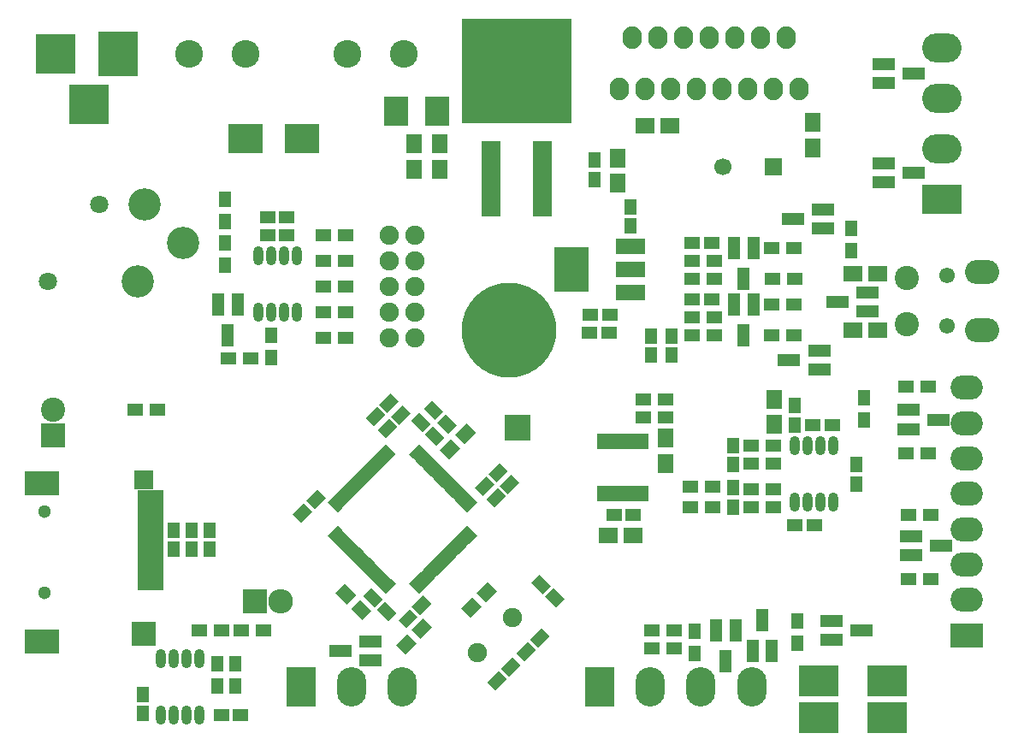
<source format=gts>
G04 #@! TF.FileFunction,Soldermask,Top*
%FSLAX46Y46*%
G04 Gerber Fmt 4.6, Leading zero omitted, Abs format (unit mm)*
G04 Created by KiCad (PCBNEW (2015-12-07 BZR 6353, Git 2667109)-product) date 06.01.2016 02:58:36*
%MOMM*%
G01*
G04 APERTURE LIST*
%ADD10C,0.100000*%
%ADD11C,1.800000*%
%ADD12C,3.200000*%
%ADD13O,1.924000X2.224000*%
%ADD14R,3.900120X4.400000*%
%ADD15R,3.900120X3.900120*%
%ADD16R,1.600000X1.300000*%
%ADD17R,0.800000X1.600000*%
%ADD18R,10.808920X10.400000*%
%ADD19R,1.900000X7.410400*%
%ADD20C,9.400000*%
%ADD21R,1.150000X1.600000*%
%ADD22R,2.400000X2.900000*%
%ADD23R,1.650000X1.900000*%
%ADD24R,1.600000X1.150000*%
%ADD25R,1.900000X1.650000*%
%ADD26R,1.700000X1.700000*%
%ADD27C,1.700000*%
%ADD28C,1.300000*%
%ADD29R,2.600000X1.150000*%
%ADD30R,2.600000X1.000000*%
%ADD31R,3.400000X2.400000*%
%ADD32R,2.400000X2.400000*%
%ADD33R,1.900000X1.900000*%
%ADD34R,3.400000X2.900000*%
%ADD35C,2.400000*%
%ADD36R,3.900120X3.100020*%
%ADD37C,2.749500*%
%ADD38C,1.550000*%
%ADD39O,3.400000X2.400000*%
%ADD40R,2.900000X3.900000*%
%ADD41O,2.900000X3.900000*%
%ADD42O,3.200000X2.400000*%
%ADD43R,3.200000X2.400000*%
%ADD44R,3.900000X2.900000*%
%ADD45O,3.900000X2.900000*%
%ADD46R,1.200100X2.200860*%
%ADD47R,2.200860X1.200100*%
%ADD48R,1.300000X1.600000*%
%ADD49O,1.009600X1.873200*%
%ADD50R,2.901900X1.500000*%
%ADD51R,3.400000X4.400000*%
%ADD52C,1.901140*%
%ADD53C,1.906220*%
%ADD54R,2.432000X2.432000*%
%ADD55O,2.432000X2.432000*%
%ADD56R,2.635200X2.635200*%
G04 APERTURE END LIST*
D10*
D11*
X88646000Y-68967800D03*
X83566000Y-76587800D03*
D12*
X92456000Y-76587800D03*
X93091000Y-68967800D03*
X96906000Y-72777800D03*
D13*
X140106400Y-57589000D03*
X141376400Y-52509000D03*
X142646400Y-57589000D03*
X143916400Y-52509000D03*
X145186400Y-57589000D03*
X146456400Y-52509000D03*
X147726400Y-57589000D03*
X148996400Y-52509000D03*
X150266400Y-57589000D03*
X151536400Y-52509000D03*
X152806400Y-57589000D03*
X154076400Y-52509000D03*
X155346400Y-57589000D03*
X156616400Y-52509000D03*
X157886400Y-57589000D03*
D14*
X90479600Y-54055000D03*
D15*
X84329600Y-54055000D03*
X87630000Y-59055000D03*
D10*
G36*
X131387128Y-106419301D02*
X132200301Y-105606128D01*
X133331672Y-106737499D01*
X132518499Y-107550672D01*
X131387128Y-106419301D01*
X131387128Y-106419301D01*
G37*
G36*
X132730630Y-107762803D02*
X133543803Y-106949630D01*
X134675174Y-108081001D01*
X133862001Y-108894174D01*
X132730630Y-107762803D01*
X132730630Y-107762803D01*
G37*
G36*
X127086900Y-106308861D02*
X128006139Y-107228100D01*
X126874768Y-108359471D01*
X125955529Y-107440232D01*
X127086900Y-106308861D01*
X127086900Y-106308861D01*
G37*
G36*
X125531266Y-107864495D02*
X126450505Y-108783734D01*
X125319134Y-109915105D01*
X124399895Y-108995866D01*
X125531266Y-107864495D01*
X125531266Y-107864495D01*
G37*
D16*
X168742000Y-99679000D03*
X170942000Y-99679000D03*
D17*
X138188342Y-97592742D03*
X138823342Y-97592742D03*
X139458342Y-97592742D03*
X140093342Y-97592742D03*
X140728342Y-97592742D03*
X141363342Y-97592742D03*
X141998342Y-97592742D03*
X142633342Y-97592742D03*
X142633342Y-92392742D03*
X141998342Y-92392742D03*
X141363342Y-92392742D03*
X140728342Y-92392742D03*
X140093342Y-92392742D03*
X139458342Y-92392742D03*
X138823342Y-92392742D03*
X138188342Y-92392742D03*
D18*
X129946400Y-55730140D03*
D19*
X127406400Y-66421000D03*
X132486400Y-66421000D03*
D20*
X129159000Y-81407000D03*
D21*
X96012000Y-103118999D03*
X96012000Y-101218999D03*
X97790000Y-103118999D03*
X97790000Y-101218999D03*
X99568000Y-103118995D03*
X99568000Y-101218995D03*
X92964000Y-119374999D03*
X92964000Y-117474999D03*
D22*
X118021600Y-59766200D03*
X122021600Y-59766200D03*
D23*
X119786400Y-65506600D03*
X119786400Y-63006600D03*
X122326400Y-65506600D03*
X122326400Y-63006600D03*
D21*
X141224000Y-71114999D03*
X141224000Y-69214999D03*
X137668000Y-66482000D03*
X137668000Y-64582000D03*
D23*
X139954000Y-66889000D03*
X139954000Y-64389000D03*
D24*
X137165000Y-81661000D03*
X139065000Y-81661000D03*
X137226000Y-79882999D03*
X139126000Y-79882999D03*
X105288000Y-70231000D03*
X107188000Y-70231000D03*
X105288000Y-72009000D03*
X107188000Y-72009000D03*
D25*
X165695000Y-81407000D03*
X163195000Y-81407000D03*
X165695000Y-75819000D03*
X163195000Y-75819000D03*
D21*
X143256000Y-81981000D03*
X143256000Y-83881000D03*
X145288000Y-81981000D03*
X145288000Y-83881000D03*
D26*
X155368000Y-65278000D03*
D27*
X150368000Y-65278000D03*
D23*
X159258000Y-60873000D03*
X159258000Y-63373000D03*
D25*
X142615600Y-61188600D03*
X145115600Y-61188600D03*
D10*
G36*
X127736794Y-98986667D02*
X126923621Y-98173494D01*
X128054992Y-97042123D01*
X128868165Y-97855296D01*
X127736794Y-98986667D01*
X127736794Y-98986667D01*
G37*
G36*
X129080296Y-97643165D02*
X128267123Y-96829992D01*
X129398494Y-95698621D01*
X130211667Y-96511794D01*
X129080296Y-97643165D01*
X129080296Y-97643165D01*
G37*
G36*
X115811014Y-90940357D02*
X114997841Y-90127184D01*
X116129212Y-88995813D01*
X116942385Y-89808986D01*
X115811014Y-90940357D01*
X115811014Y-90940357D01*
G37*
G36*
X117154516Y-89596855D02*
X116341343Y-88783682D01*
X117472714Y-87652311D01*
X118285887Y-88465484D01*
X117154516Y-89596855D01*
X117154516Y-89596855D01*
G37*
G36*
X116996408Y-92125752D02*
X116183235Y-91312579D01*
X117314606Y-90181208D01*
X118127779Y-90994381D01*
X116996408Y-92125752D01*
X116996408Y-92125752D01*
G37*
G36*
X118339910Y-90782250D02*
X117526737Y-89969077D01*
X118658108Y-88837706D01*
X119471281Y-89650879D01*
X118339910Y-90782250D01*
X118339910Y-90782250D01*
G37*
G36*
X110231092Y-97192879D02*
X111044265Y-98006052D01*
X109912894Y-99137423D01*
X109099721Y-98324250D01*
X110231092Y-97192879D01*
X110231092Y-97192879D01*
G37*
G36*
X108887590Y-98536381D02*
X109700763Y-99349554D01*
X108569392Y-100480925D01*
X107756219Y-99667752D01*
X108887590Y-98536381D01*
X108887590Y-98536381D01*
G37*
G36*
X124011755Y-90848450D02*
X123198582Y-91661623D01*
X122067211Y-90530252D01*
X122880384Y-89717079D01*
X124011755Y-90848450D01*
X124011755Y-90848450D01*
G37*
G36*
X122668253Y-89504948D02*
X121855080Y-90318121D01*
X120723709Y-89186750D01*
X121536882Y-88373577D01*
X122668253Y-89504948D01*
X122668253Y-89504948D01*
G37*
G36*
X126587321Y-97837195D02*
X125774148Y-97024022D01*
X126905519Y-95892651D01*
X127718692Y-96705824D01*
X126587321Y-97837195D01*
X126587321Y-97837195D01*
G37*
G36*
X127930823Y-96493693D02*
X127117650Y-95680520D01*
X128249021Y-94549149D01*
X129062194Y-95362322D01*
X127930823Y-96493693D01*
X127930823Y-96493693D01*
G37*
G36*
X122790440Y-92066920D02*
X121977267Y-92880093D01*
X120845896Y-91748722D01*
X121659069Y-90935549D01*
X122790440Y-92066920D01*
X122790440Y-92066920D01*
G37*
G36*
X121446938Y-90723418D02*
X120633765Y-91536591D01*
X119502394Y-90405220D01*
X120315567Y-89592047D01*
X121446938Y-90723418D01*
X121446938Y-90723418D01*
G37*
G36*
X118012944Y-109416775D02*
X117199771Y-110229948D01*
X116068400Y-109098577D01*
X116881573Y-108285404D01*
X118012944Y-109416775D01*
X118012944Y-109416775D01*
G37*
G36*
X116669442Y-108073273D02*
X115856269Y-108886446D01*
X114724898Y-107755075D01*
X115538071Y-106941902D01*
X116669442Y-108073273D01*
X116669442Y-108073273D01*
G37*
G36*
X129507250Y-113798977D02*
X130320423Y-114612150D01*
X129189052Y-115743521D01*
X128375879Y-114930348D01*
X129507250Y-113798977D01*
X129507250Y-113798977D01*
G37*
G36*
X128163748Y-115142479D02*
X128976921Y-115955652D01*
X127845550Y-117087023D01*
X127032377Y-116273850D01*
X128163748Y-115142479D01*
X128163748Y-115142479D01*
G37*
D21*
X163576000Y-94747000D03*
X163576000Y-96647000D03*
D28*
X83155600Y-99407400D03*
X83155600Y-107407400D03*
D29*
X93705600Y-104357400D03*
X93705600Y-105457400D03*
X93705600Y-106557400D03*
X93705600Y-103257400D03*
X93705600Y-102157400D03*
X93705600Y-101057400D03*
X93705600Y-99957400D03*
X93705600Y-98857400D03*
D30*
X93705600Y-97757400D03*
D31*
X82905600Y-112257400D03*
D32*
X93005600Y-111507400D03*
D31*
X82905600Y-96557400D03*
D33*
X93005600Y-96207400D03*
D34*
X103112000Y-62484000D03*
X108712000Y-62484000D03*
D32*
X84074000Y-91821000D03*
D35*
X84074000Y-89281000D03*
D36*
X159821880Y-119761000D03*
X166624000Y-119761000D03*
X159821880Y-116103400D03*
X166624000Y-116103400D03*
D37*
X113126520Y-54076600D03*
X118726520Y-54076600D03*
X103124000Y-54076600D03*
X97524000Y-54076600D03*
D38*
X172522000Y-76041000D03*
X172522000Y-81041000D03*
D39*
X176022000Y-75691000D03*
X176022000Y-81391000D03*
D35*
X168522000Y-80841000D03*
X168522000Y-76241000D03*
D40*
X108588800Y-116713000D03*
D41*
X113588800Y-116713000D03*
X118588800Y-116713000D03*
D42*
X174498000Y-87125400D03*
X174498000Y-90625400D03*
X174498000Y-94125400D03*
X174498000Y-97625400D03*
X174498000Y-101125400D03*
X174498000Y-104625400D03*
X174498000Y-108125400D03*
D43*
X174498000Y-111625400D03*
D44*
X172008800Y-68453000D03*
D45*
X172008800Y-58453000D03*
X172008800Y-53453000D03*
X172008800Y-63453000D03*
D40*
X138176000Y-116713000D03*
D41*
X148176000Y-116713000D03*
X153176000Y-116713000D03*
X143176000Y-116713000D03*
D46*
X151572000Y-111170720D03*
X149672000Y-111170720D03*
X150622000Y-114173000D03*
D47*
X161081720Y-110175000D03*
X161081720Y-112075000D03*
X164084000Y-111125000D03*
X159893000Y-85339000D03*
X159893000Y-83439000D03*
X156890720Y-84389000D03*
X160274000Y-71374000D03*
X160274000Y-69474000D03*
X157271720Y-70424000D03*
D46*
X153350000Y-78912720D03*
X151450000Y-78912720D03*
X152400000Y-81915000D03*
X153350000Y-73324720D03*
X151450000Y-73324720D03*
X152400000Y-76327000D03*
D48*
X102108000Y-114427000D03*
X102108000Y-116627000D03*
X100330000Y-114427000D03*
X100330000Y-116627000D03*
D16*
X168488000Y-86979000D03*
X170688000Y-86979000D03*
X168488000Y-93583000D03*
X170688000Y-93583000D03*
X168742000Y-106029000D03*
X170942000Y-106029000D03*
X100751999Y-111125000D03*
X98551999Y-111125000D03*
X92202000Y-89281000D03*
X94402000Y-89281000D03*
X101432000Y-84201000D03*
X103632000Y-84201000D03*
X145542000Y-112903000D03*
X143342000Y-112903000D03*
X145542000Y-111125000D03*
X143342000Y-111125000D03*
D48*
X105664000Y-84115000D03*
X105664000Y-81915000D03*
X147574000Y-113411000D03*
X147574000Y-111211000D03*
X157734000Y-112395000D03*
X157734000Y-110195000D03*
X101092000Y-74971000D03*
X101092000Y-72771000D03*
X101092000Y-68453000D03*
X101092000Y-70653000D03*
X164338000Y-88137999D03*
X164338000Y-90337999D03*
X163068000Y-71333001D03*
X163068000Y-73533001D03*
D16*
X157393999Y-78867000D03*
X155193999Y-78867000D03*
X157394000Y-73279000D03*
X155194000Y-73279000D03*
X157394000Y-81915000D03*
X155194000Y-81915000D03*
X149520000Y-81915000D03*
X147320000Y-81915000D03*
X157480001Y-76327000D03*
X155280001Y-76327000D03*
X149520000Y-76327000D03*
X147320000Y-76327000D03*
D10*
G36*
X123210934Y-94243305D02*
X122291695Y-93324066D01*
X123423066Y-92192695D01*
X124342305Y-93111934D01*
X123210934Y-94243305D01*
X123210934Y-94243305D01*
G37*
G36*
X124766568Y-92687671D02*
X123847329Y-91768432D01*
X124978700Y-90637061D01*
X125897939Y-91556300D01*
X124766568Y-92687671D01*
X124766568Y-92687671D01*
G37*
D16*
X144678400Y-88315800D03*
X142478400Y-88315800D03*
X144678400Y-90093800D03*
X142478400Y-90093800D03*
X153162000Y-98933000D03*
X155362000Y-98933000D03*
X153162000Y-92837000D03*
X155362000Y-92837000D03*
X153162000Y-97155000D03*
X155362000Y-97155000D03*
X153162000Y-94615000D03*
X155362000Y-94615000D03*
D47*
X115473480Y-114132400D03*
X115473480Y-112232400D03*
X112471200Y-113182400D03*
X168955720Y-101827800D03*
X168955720Y-103727800D03*
X171958000Y-102777800D03*
X168701720Y-89331000D03*
X168701720Y-91231000D03*
X171704000Y-90281000D03*
D49*
X98552000Y-113919000D03*
X97282000Y-113919000D03*
X96012000Y-113919000D03*
X94742000Y-113919000D03*
X94742000Y-119507000D03*
X96012000Y-119507000D03*
X97282000Y-119507000D03*
X98552000Y-119507000D03*
D50*
X141183641Y-77738000D03*
X141183641Y-75438000D03*
X141183641Y-73138000D03*
D51*
X135382001Y-75438000D03*
D49*
X104343200Y-79629000D03*
X105613200Y-79629000D03*
X106883200Y-79629000D03*
X108153200Y-79629000D03*
X108153200Y-74041000D03*
X106883200Y-74041000D03*
X105613200Y-74041000D03*
X104343200Y-74041000D03*
D46*
X153294000Y-113157000D03*
X155194000Y-113157000D03*
X154244000Y-110154720D03*
D47*
X164673280Y-79563000D03*
X164673280Y-77663000D03*
X161671000Y-78613000D03*
D46*
X102296000Y-78889860D03*
X100396000Y-78889860D03*
X101346000Y-81892140D03*
D47*
X166212520Y-55086200D03*
X166212520Y-56986200D03*
X169214800Y-56036200D03*
X166212520Y-64890600D03*
X166212520Y-66790600D03*
X169214800Y-65840600D03*
D10*
G36*
X120714940Y-107056453D02*
X120255321Y-107516072D01*
X119265372Y-106526123D01*
X119724991Y-106066504D01*
X120714940Y-107056453D01*
X120714940Y-107056453D01*
G37*
G36*
X121068494Y-106702900D02*
X120608875Y-107162519D01*
X119618926Y-106172570D01*
X120078545Y-105712951D01*
X121068494Y-106702900D01*
X121068494Y-106702900D01*
G37*
G36*
X121422047Y-106349346D02*
X120962428Y-106808965D01*
X119972479Y-105819016D01*
X120432098Y-105359397D01*
X121422047Y-106349346D01*
X121422047Y-106349346D01*
G37*
G36*
X121775600Y-105995793D02*
X121315981Y-106455412D01*
X120326032Y-105465463D01*
X120785651Y-105005844D01*
X121775600Y-105995793D01*
X121775600Y-105995793D01*
G37*
G36*
X122129154Y-105642240D02*
X121669535Y-106101859D01*
X120679586Y-105111910D01*
X121139205Y-104652291D01*
X122129154Y-105642240D01*
X122129154Y-105642240D01*
G37*
G36*
X122482707Y-105288686D02*
X122023088Y-105748305D01*
X121033139Y-104758356D01*
X121492758Y-104298737D01*
X122482707Y-105288686D01*
X122482707Y-105288686D01*
G37*
G36*
X122836261Y-104935133D02*
X122376642Y-105394752D01*
X121386693Y-104404803D01*
X121846312Y-103945184D01*
X122836261Y-104935133D01*
X122836261Y-104935133D01*
G37*
G36*
X123189814Y-104581579D02*
X122730195Y-105041198D01*
X121740246Y-104051249D01*
X122199865Y-103591630D01*
X123189814Y-104581579D01*
X123189814Y-104581579D01*
G37*
G36*
X123543367Y-104228026D02*
X123083748Y-104687645D01*
X122093799Y-103697696D01*
X122553418Y-103238077D01*
X123543367Y-104228026D01*
X123543367Y-104228026D01*
G37*
G36*
X123896921Y-103874473D02*
X123437302Y-104334092D01*
X122447353Y-103344143D01*
X122906972Y-102884524D01*
X123896921Y-103874473D01*
X123896921Y-103874473D01*
G37*
G36*
X124250474Y-103520919D02*
X123790855Y-103980538D01*
X122800906Y-102990589D01*
X123260525Y-102530970D01*
X124250474Y-103520919D01*
X124250474Y-103520919D01*
G37*
G36*
X124604028Y-103167366D02*
X124144409Y-103626985D01*
X123154460Y-102637036D01*
X123614079Y-102177417D01*
X124604028Y-103167366D01*
X124604028Y-103167366D01*
G37*
G36*
X124957581Y-102813812D02*
X124497962Y-103273431D01*
X123508013Y-102283482D01*
X123967632Y-101823863D01*
X124957581Y-102813812D01*
X124957581Y-102813812D01*
G37*
G36*
X125311134Y-102460259D02*
X124851515Y-102919878D01*
X123861566Y-101929929D01*
X124321185Y-101470310D01*
X125311134Y-102460259D01*
X125311134Y-102460259D01*
G37*
G36*
X125664688Y-102106706D02*
X125205069Y-102566325D01*
X124215120Y-101576376D01*
X124674739Y-101116757D01*
X125664688Y-102106706D01*
X125664688Y-102106706D01*
G37*
G36*
X126018241Y-101753152D02*
X125558622Y-102212771D01*
X124568673Y-101222822D01*
X125028292Y-100763203D01*
X126018241Y-101753152D01*
X126018241Y-101753152D01*
G37*
G36*
X125558622Y-98005487D02*
X126018241Y-98465106D01*
X125028292Y-99455055D01*
X124568673Y-98995436D01*
X125558622Y-98005487D01*
X125558622Y-98005487D01*
G37*
G36*
X125205069Y-97651933D02*
X125664688Y-98111552D01*
X124674739Y-99101501D01*
X124215120Y-98641882D01*
X125205069Y-97651933D01*
X125205069Y-97651933D01*
G37*
G36*
X124851515Y-97298380D02*
X125311134Y-97757999D01*
X124321185Y-98747948D01*
X123861566Y-98288329D01*
X124851515Y-97298380D01*
X124851515Y-97298380D01*
G37*
G36*
X124497962Y-96944827D02*
X124957581Y-97404446D01*
X123967632Y-98394395D01*
X123508013Y-97934776D01*
X124497962Y-96944827D01*
X124497962Y-96944827D01*
G37*
G36*
X124144409Y-96591273D02*
X124604028Y-97050892D01*
X123614079Y-98040841D01*
X123154460Y-97581222D01*
X124144409Y-96591273D01*
X124144409Y-96591273D01*
G37*
G36*
X123790855Y-96237720D02*
X124250474Y-96697339D01*
X123260525Y-97687288D01*
X122800906Y-97227669D01*
X123790855Y-96237720D01*
X123790855Y-96237720D01*
G37*
G36*
X123437302Y-95884166D02*
X123896921Y-96343785D01*
X122906972Y-97333734D01*
X122447353Y-96874115D01*
X123437302Y-95884166D01*
X123437302Y-95884166D01*
G37*
G36*
X123083748Y-95530613D02*
X123543367Y-95990232D01*
X122553418Y-96980181D01*
X122093799Y-96520562D01*
X123083748Y-95530613D01*
X123083748Y-95530613D01*
G37*
G36*
X122730195Y-95177060D02*
X123189814Y-95636679D01*
X122199865Y-96626628D01*
X121740246Y-96167009D01*
X122730195Y-95177060D01*
X122730195Y-95177060D01*
G37*
G36*
X122376642Y-94823506D02*
X122836261Y-95283125D01*
X121846312Y-96273074D01*
X121386693Y-95813455D01*
X122376642Y-94823506D01*
X122376642Y-94823506D01*
G37*
G36*
X122023088Y-94469953D02*
X122482707Y-94929572D01*
X121492758Y-95919521D01*
X121033139Y-95459902D01*
X122023088Y-94469953D01*
X122023088Y-94469953D01*
G37*
G36*
X121669535Y-94116399D02*
X122129154Y-94576018D01*
X121139205Y-95565967D01*
X120679586Y-95106348D01*
X121669535Y-94116399D01*
X121669535Y-94116399D01*
G37*
G36*
X121315981Y-93762846D02*
X121775600Y-94222465D01*
X120785651Y-95212414D01*
X120326032Y-94752795D01*
X121315981Y-93762846D01*
X121315981Y-93762846D01*
G37*
G36*
X120962428Y-93409293D02*
X121422047Y-93868912D01*
X120432098Y-94858861D01*
X119972479Y-94399242D01*
X120962428Y-93409293D01*
X120962428Y-93409293D01*
G37*
G36*
X120608875Y-93055739D02*
X121068494Y-93515358D01*
X120078545Y-94505307D01*
X119618926Y-94045688D01*
X120608875Y-93055739D01*
X120608875Y-93055739D01*
G37*
G36*
X120255321Y-92702186D02*
X120714940Y-93161805D01*
X119724991Y-94151754D01*
X119265372Y-93692135D01*
X120255321Y-92702186D01*
X120255321Y-92702186D01*
G37*
G36*
X117957224Y-93692135D02*
X117497605Y-94151754D01*
X116507656Y-93161805D01*
X116967275Y-92702186D01*
X117957224Y-93692135D01*
X117957224Y-93692135D01*
G37*
G36*
X117603670Y-94045688D02*
X117144051Y-94505307D01*
X116154102Y-93515358D01*
X116613721Y-93055739D01*
X117603670Y-94045688D01*
X117603670Y-94045688D01*
G37*
G36*
X117250117Y-94399242D02*
X116790498Y-94858861D01*
X115800549Y-93868912D01*
X116260168Y-93409293D01*
X117250117Y-94399242D01*
X117250117Y-94399242D01*
G37*
G36*
X116896564Y-94752795D02*
X116436945Y-95212414D01*
X115446996Y-94222465D01*
X115906615Y-93762846D01*
X116896564Y-94752795D01*
X116896564Y-94752795D01*
G37*
G36*
X116543010Y-95106348D02*
X116083391Y-95565967D01*
X115093442Y-94576018D01*
X115553061Y-94116399D01*
X116543010Y-95106348D01*
X116543010Y-95106348D01*
G37*
G36*
X116189457Y-95459902D02*
X115729838Y-95919521D01*
X114739889Y-94929572D01*
X115199508Y-94469953D01*
X116189457Y-95459902D01*
X116189457Y-95459902D01*
G37*
G36*
X115835903Y-95813455D02*
X115376284Y-96273074D01*
X114386335Y-95283125D01*
X114845954Y-94823506D01*
X115835903Y-95813455D01*
X115835903Y-95813455D01*
G37*
G36*
X115482350Y-96167009D02*
X115022731Y-96626628D01*
X114032782Y-95636679D01*
X114492401Y-95177060D01*
X115482350Y-96167009D01*
X115482350Y-96167009D01*
G37*
G36*
X115128797Y-96520562D02*
X114669178Y-96980181D01*
X113679229Y-95990232D01*
X114138848Y-95530613D01*
X115128797Y-96520562D01*
X115128797Y-96520562D01*
G37*
G36*
X114775243Y-96874115D02*
X114315624Y-97333734D01*
X113325675Y-96343785D01*
X113785294Y-95884166D01*
X114775243Y-96874115D01*
X114775243Y-96874115D01*
G37*
G36*
X114421690Y-97227669D02*
X113962071Y-97687288D01*
X112972122Y-96697339D01*
X113431741Y-96237720D01*
X114421690Y-97227669D01*
X114421690Y-97227669D01*
G37*
G36*
X114068136Y-97581222D02*
X113608517Y-98040841D01*
X112618568Y-97050892D01*
X113078187Y-96591273D01*
X114068136Y-97581222D01*
X114068136Y-97581222D01*
G37*
G36*
X113714583Y-97934776D02*
X113254964Y-98394395D01*
X112265015Y-97404446D01*
X112724634Y-96944827D01*
X113714583Y-97934776D01*
X113714583Y-97934776D01*
G37*
G36*
X113361030Y-98288329D02*
X112901411Y-98747948D01*
X111911462Y-97757999D01*
X112371081Y-97298380D01*
X113361030Y-98288329D01*
X113361030Y-98288329D01*
G37*
G36*
X113007476Y-98641882D02*
X112547857Y-99101501D01*
X111557908Y-98111552D01*
X112017527Y-97651933D01*
X113007476Y-98641882D01*
X113007476Y-98641882D01*
G37*
G36*
X112653923Y-98995436D02*
X112194304Y-99455055D01*
X111204355Y-98465106D01*
X111663974Y-98005487D01*
X112653923Y-98995436D01*
X112653923Y-98995436D01*
G37*
G36*
X112194304Y-100763203D02*
X112653923Y-101222822D01*
X111663974Y-102212771D01*
X111204355Y-101753152D01*
X112194304Y-100763203D01*
X112194304Y-100763203D01*
G37*
G36*
X112547857Y-101116757D02*
X113007476Y-101576376D01*
X112017527Y-102566325D01*
X111557908Y-102106706D01*
X112547857Y-101116757D01*
X112547857Y-101116757D01*
G37*
G36*
X112901411Y-101470310D02*
X113361030Y-101929929D01*
X112371081Y-102919878D01*
X111911462Y-102460259D01*
X112901411Y-101470310D01*
X112901411Y-101470310D01*
G37*
G36*
X113254964Y-101823863D02*
X113714583Y-102283482D01*
X112724634Y-103273431D01*
X112265015Y-102813812D01*
X113254964Y-101823863D01*
X113254964Y-101823863D01*
G37*
G36*
X113608517Y-102177417D02*
X114068136Y-102637036D01*
X113078187Y-103626985D01*
X112618568Y-103167366D01*
X113608517Y-102177417D01*
X113608517Y-102177417D01*
G37*
G36*
X113962071Y-102530970D02*
X114421690Y-102990589D01*
X113431741Y-103980538D01*
X112972122Y-103520919D01*
X113962071Y-102530970D01*
X113962071Y-102530970D01*
G37*
G36*
X114315624Y-102884524D02*
X114775243Y-103344143D01*
X113785294Y-104334092D01*
X113325675Y-103874473D01*
X114315624Y-102884524D01*
X114315624Y-102884524D01*
G37*
G36*
X114669178Y-103238077D02*
X115128797Y-103697696D01*
X114138848Y-104687645D01*
X113679229Y-104228026D01*
X114669178Y-103238077D01*
X114669178Y-103238077D01*
G37*
G36*
X115022731Y-103591630D02*
X115482350Y-104051249D01*
X114492401Y-105041198D01*
X114032782Y-104581579D01*
X115022731Y-103591630D01*
X115022731Y-103591630D01*
G37*
G36*
X115376284Y-103945184D02*
X115835903Y-104404803D01*
X114845954Y-105394752D01*
X114386335Y-104935133D01*
X115376284Y-103945184D01*
X115376284Y-103945184D01*
G37*
G36*
X115729838Y-104298737D02*
X116189457Y-104758356D01*
X115199508Y-105748305D01*
X114739889Y-105288686D01*
X115729838Y-104298737D01*
X115729838Y-104298737D01*
G37*
G36*
X116083391Y-104652291D02*
X116543010Y-105111910D01*
X115553061Y-106101859D01*
X115093442Y-105642240D01*
X116083391Y-104652291D01*
X116083391Y-104652291D01*
G37*
G36*
X116436945Y-105005844D02*
X116896564Y-105465463D01*
X115906615Y-106455412D01*
X115446996Y-105995793D01*
X116436945Y-105005844D01*
X116436945Y-105005844D01*
G37*
G36*
X116790498Y-105359397D02*
X117250117Y-105819016D01*
X116260168Y-106808965D01*
X115800549Y-106349346D01*
X116790498Y-105359397D01*
X116790498Y-105359397D01*
G37*
G36*
X117144051Y-105712951D02*
X117603670Y-106172570D01*
X116613721Y-107162519D01*
X116154102Y-106702900D01*
X117144051Y-105712951D01*
X117144051Y-105712951D01*
G37*
G36*
X117497605Y-106066504D02*
X117957224Y-106526123D01*
X116967275Y-107516072D01*
X116507656Y-107056453D01*
X117497605Y-106066504D01*
X117497605Y-106066504D01*
G37*
D49*
X157480000Y-98475800D03*
X158750000Y-98475800D03*
X160020000Y-98475800D03*
X161290000Y-98475800D03*
X161290000Y-92887800D03*
X160020000Y-92887800D03*
X158750000Y-92887800D03*
X157480000Y-92887800D03*
D52*
X126071581Y-113303804D03*
X129523591Y-109851794D03*
D16*
X104902001Y-111125000D03*
X102702001Y-111125000D03*
D24*
X100716000Y-119507000D03*
X102616000Y-119507000D03*
D53*
X119888000Y-82169000D03*
X117348000Y-82169000D03*
X119888000Y-79629000D03*
X117348000Y-79629000D03*
X119888000Y-77089000D03*
X117348000Y-77089000D03*
X119888000Y-74549000D03*
X117348000Y-74549000D03*
X119888000Y-72009000D03*
X117348000Y-72009000D03*
D54*
X104063800Y-108254800D03*
D55*
X106603800Y-108254800D03*
D16*
X113030000Y-79629000D03*
X110830000Y-79629000D03*
X110830000Y-74549000D03*
X113030000Y-74549000D03*
X110830000Y-82169000D03*
X113030000Y-82169000D03*
X110830000Y-72009000D03*
X113030000Y-72009000D03*
D56*
X130048000Y-91059000D03*
D10*
G36*
X111973061Y-107431300D02*
X112892300Y-106512061D01*
X114023671Y-107643432D01*
X113104432Y-108562671D01*
X111973061Y-107431300D01*
X111973061Y-107431300D01*
G37*
G36*
X113528695Y-108986934D02*
X114447934Y-108067695D01*
X115579305Y-109199066D01*
X114660066Y-110118305D01*
X113528695Y-108986934D01*
X113528695Y-108986934D01*
G37*
D16*
X110830000Y-77089000D03*
X113030000Y-77089000D03*
D10*
G36*
X130729799Y-114202774D02*
X129916626Y-113389601D01*
X131047997Y-112258230D01*
X131861170Y-113071403D01*
X130729799Y-114202774D01*
X130729799Y-114202774D01*
G37*
G36*
X132073301Y-112859272D02*
X131260128Y-112046099D01*
X132391499Y-110914728D01*
X133204672Y-111727901D01*
X132073301Y-112859272D01*
X132073301Y-112859272D01*
G37*
D25*
X141478000Y-101727000D03*
X138978000Y-101727000D03*
D24*
X141478000Y-99695000D03*
X139578000Y-99695000D03*
D23*
X144665342Y-94592742D03*
X144665342Y-92092742D03*
D21*
X157480000Y-90805000D03*
X157480000Y-88905000D03*
D24*
X147320000Y-78359000D03*
X149220000Y-78359000D03*
X147320000Y-72771000D03*
X149220000Y-72771000D03*
D23*
X155448000Y-90764999D03*
X155448000Y-88264999D03*
D21*
X151384000Y-98933000D03*
X151384000Y-97033000D03*
X151384000Y-92837001D03*
X151384000Y-94737001D03*
D24*
X159380000Y-100711000D03*
X157480000Y-100711000D03*
X161157999Y-90805000D03*
X159257999Y-90805000D03*
D16*
X147320000Y-80137000D03*
X149520000Y-80137000D03*
X147320000Y-74549000D03*
X149520000Y-74549000D03*
X149352000Y-98933000D03*
X147152000Y-98933000D03*
X149352001Y-96901000D03*
X147152001Y-96901000D03*
D10*
G36*
X119017701Y-110954272D02*
X118204528Y-110141099D01*
X119335899Y-109009728D01*
X120149072Y-109822901D01*
X119017701Y-110954272D01*
X119017701Y-110954272D01*
G37*
G36*
X120361203Y-109610770D02*
X119548030Y-108797597D01*
X120679401Y-107666226D01*
X121492574Y-108479399D01*
X120361203Y-109610770D01*
X120361203Y-109610770D01*
G37*
G36*
X120654466Y-109921895D02*
X121573705Y-110841134D01*
X120442334Y-111972505D01*
X119523095Y-111053266D01*
X120654466Y-109921895D01*
X120654466Y-109921895D01*
G37*
G36*
X119098832Y-111477529D02*
X120018071Y-112396768D01*
X118886700Y-113528139D01*
X117967461Y-112608900D01*
X119098832Y-111477529D01*
X119098832Y-111477529D01*
G37*
M02*

</source>
